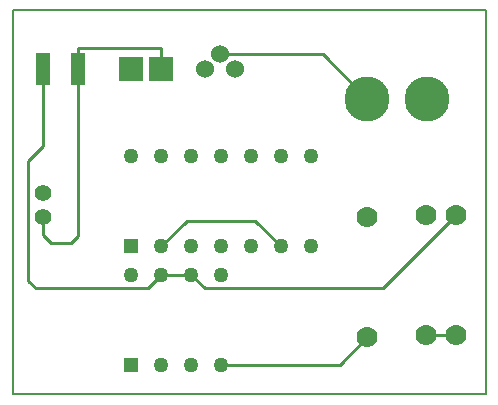
<source format=gbr>
G04 PROTEUS GERBER X2 FILE*
%TF.GenerationSoftware,Labcenter,Proteus,8.6-SP2-Build23525*%
%TF.CreationDate,2021-09-08T15:11:20+00:00*%
%TF.FileFunction,Copper,L1,Top*%
%TF.FilePolarity,Positive*%
%TF.Part,Single*%
%FSLAX45Y45*%
%MOMM*%
G01*
%TA.AperFunction,Conductor*%
%ADD10C,0.254000*%
%TA.AperFunction,SMDPad,CuDef*%
%ADD11R,1.143000X2.692400*%
%TA.AperFunction,WasherPad*%
%ADD12C,1.397000*%
%TA.AperFunction,ComponentPad*%
%ADD13R,2.032000X2.032000*%
%TA.AperFunction,ComponentPad*%
%ADD14C,1.524000*%
%TA.AperFunction,ComponentPad*%
%ADD15R,1.270000X1.270000*%
%ADD16C,1.270000*%
%TA.AperFunction,ComponentPad*%
%ADD17C,3.810000*%
%ADD18C,1.778000*%
%TA.AperFunction,Profile*%
%ADD19C,0.203200*%
%TD.AperFunction*%
D10*
X+1762000Y+750000D02*
X+2766000Y+750000D01*
X+3000000Y+984000D01*
X+3500000Y+1000000D02*
X+3750000Y+1000000D01*
X+550000Y+3250000D02*
X+550000Y+1841500D01*
X+486500Y+1778000D01*
X+317500Y+1778000D01*
X+250000Y+1845500D01*
X+250000Y+2000000D01*
X+550000Y+3250000D02*
X+550000Y+3429000D01*
X+1254000Y+3429000D01*
X+1254000Y+3250000D01*
X+3000000Y+3000000D02*
X+2623000Y+3377000D01*
X+1750000Y+3377000D01*
X+1254000Y+1512000D02*
X+1139000Y+1397000D01*
X+190500Y+1397000D01*
X+127000Y+1460500D01*
X+127000Y+2476500D01*
X+250000Y+2599500D01*
X+250000Y+3250000D01*
X+1508000Y+1512000D02*
X+1623000Y+1397000D01*
X+3131000Y+1397000D01*
X+3750000Y+2016000D01*
X+1508000Y+1512000D02*
X+1254000Y+1512000D01*
X+2270000Y+1750000D02*
X+2051500Y+1968500D01*
X+1472500Y+1968500D01*
X+1254000Y+1750000D01*
D11*
X+250000Y+3250000D03*
X+550000Y+3250000D03*
D12*
X+250000Y+2200000D03*
X+250000Y+2000000D03*
D13*
X+1000000Y+3250000D03*
X+1254000Y+3250000D03*
D14*
X+1623000Y+3250000D03*
X+1750000Y+3377000D03*
X+1877000Y+3250000D03*
D15*
X+1000000Y+750000D03*
D16*
X+1254000Y+750000D03*
X+1508000Y+750000D03*
X+1762000Y+750000D03*
X+1762000Y+1512000D03*
X+1508000Y+1512000D03*
X+1254000Y+1512000D03*
X+1000000Y+1512000D03*
D15*
X+1000000Y+1750000D03*
D16*
X+1254000Y+1750000D03*
X+1508000Y+1750000D03*
X+1762000Y+1750000D03*
X+2016000Y+1750000D03*
X+2270000Y+1750000D03*
X+2524000Y+1750000D03*
X+2524000Y+2512000D03*
X+2270000Y+2512000D03*
X+2016000Y+2512000D03*
X+1762000Y+2512000D03*
X+1508000Y+2512000D03*
X+1254000Y+2512000D03*
X+1000000Y+2512000D03*
D17*
X+3000000Y+3000000D03*
X+3508000Y+3000000D03*
D18*
X+3000000Y+2000000D03*
X+3000000Y+984000D03*
X+3500000Y+1000000D03*
X+3500000Y+2016000D03*
X+3750000Y+1000000D03*
X+3750000Y+2016000D03*
D19*
X+0Y+500000D02*
X+4000000Y+500000D01*
X+4000000Y+3750000D01*
X+0Y+3750000D01*
X+0Y+500000D01*
M02*

</source>
